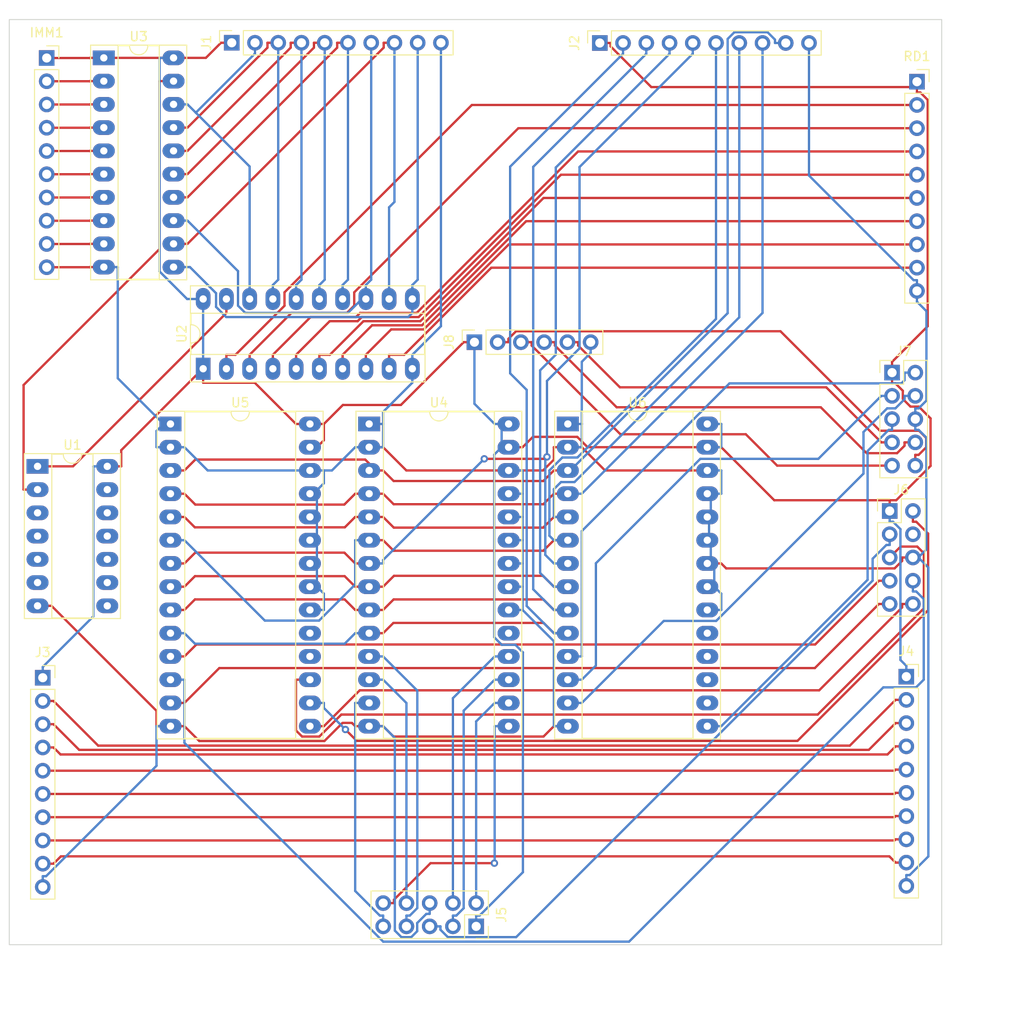
<source format=kicad_pcb>
(kicad_pcb (version 20211014) (generator pcbnew)
  (layers (0 "F.Cu" signal) (31 "B.Cu" signal) (34 "B.Paste" user) (35 "F.Paste" user) (36 "B.SilkS" user "B.Silkscreen") (37 "F.SilkS" user "F.Silkscreen") (38 "B.Mask" user) (39 "F.Mask" user) (44 "Edge.Cuts" user))
  (net 0 "")
  (net 1 "VCC")
  (net 2 "Net-(IMM1-Pad2)")
  (net 3 "Net-(IMM1-Pad3)")
  (net 4 "Net-(IMM1-Pad4)")
  (net 5 "Net-(IMM1-Pad5)")
  (net 6 "Net-(IMM1-Pad6)")
  (net 7 "Net-(IMM1-Pad7)")
  (net 8 "Net-(IMM1-Pad8)")
  (net 9 "Net-(IMM1-Pad9)")
  (net 10 "GND")
  (net 11 "Net-(J1-Pad2)")
  (net 12 "Net-(J1-Pad3)")
  (net 13 "Net-(J1-Pad4)")
  (net 14 "Net-(J1-Pad5)")
  (net 15 "Net-(J1-Pad6)")
  (net 16 "Net-(J1-Pad7)")
  (net 17 "Net-(J1-Pad8)")
  (net 18 "Net-(J1-Pad9)")
  (net 19 "/DecodeIns/A_{0}")
  (net 20 "/DecodeIns/A_{1}")
  (net 21 "/DecodeIns/A_{2}")
  (net 22 "/DecodeIns/A_{3}")
  (net 23 "/DecodeIns/A_{4}")
  (net 24 "/DecodeIns/A_{5}")
  (net 25 "/DecodeIns/A_{6}")
  (net 26 "/DecodeIns/A_{7}")
  (net 27 "Net-(J3-Pad2)")
  (net 28 "Net-(J3-Pad3)")
  (net 29 "Net-(J3-Pad4)")
  (net 30 "Net-(J3-Pad5)")
  (net 31 "Net-(J3-Pad6)")
  (net 32 "Net-(J3-Pad7)")
  (net 33 "Net-(J3-Pad8)")
  (net 34 "Net-(J3-Pad9)")
  (net 35 "Net-(J5-Pad2)")
  (net 36 "Net-(J5-Pad3)")
  (net 37 "Net-(J5-Pad4)")
  (net 38 "CLK")
  (net 39 "Net-(J5-Pad7)")
  (net 40 "Net-(J5-Pad8)")
  (net 41 "Net-(J5-Pad9)")
  (net 42 "Net-(J5-Pad10)")
  (net 43 "Net-(J6-Pad2)")
  (net 45 "Net-(J6-Pad5)")
  (net 46 "Net-(J6-Pad7)")
  (net 47 "Net-(J6-Pad8)")
  (net 48 "Net-(J6-Pad9)")
  (net 49 "Net-(J6-Pad10)")
  (net 50 "Net-(J7-Pad2)")
  (net 51 "Net-(J7-Pad3)")
  (net 52 "Net-(J7-Pad4)")
  (net 53 "Net-(J7-Pad5)")
  (net 54 "Net-(J7-Pad7)")
  (net 55 "Net-(J7-Pad8)")
  (net 56 "Net-(J7-Pad9)")
  (net 57 "Net-(J7-Pad10)")
  (net 58 "Net-(RD1-Pad2)")
  (net 59 "Net-(RD1-Pad3)")
  (net 60 "Net-(RD1-Pad4)")
  (net 61 "Net-(RD1-Pad5)")
  (net 62 "Net-(RD1-Pad6)")
  (net 63 "Net-(RD1-Pad7)")
  (net 64 "Net-(RD1-Pad8)")
  (net 65 "Net-(RD1-Pad9)")
  (net 66 "~{IMM}")
  (net 67 "Net-(U1-Pad2)")
  (footprint "Package_DIP:DIP-28_W15.24mm_Socket_LongPads" (layer "F.Cu") (at 77.055 59.535)
    (fp_text reference "U6")
    (fp_text value "28C256")
  )
  (footprint "Connector_PinSocket_2.54mm:PinSocket_1x10_P2.54mm_Vertical" (layer "F.Cu") (at 19.68 87.26)
    (fp_text reference "J3")
    (fp_text value "Conn_01x10")
  )
  (footprint "Package_DIP:DIP-20_W7.62mm_Socket_LongPads" (layer "F.Cu") (at 37.205 53.5 90)
    (fp_text reference "U2")
    (fp_text value "74LS245")
  )
  (footprint "Connector_PinHeader_2.54mm:PinHeader_2x05_P2.54mm_Vertical" (layer "F.Cu") (at 112.225 69.045)
    (fp_text reference "J6")
    (fp_text value "Conn_02x05_Counter_Clockwise")
  )
  (footprint "Connector_PinSocket_2.54mm:PinSocket_1x10_P2.54mm_Vertical" (layer "F.Cu") (at 114.045 87.14)
    (fp_text reference "J4")
    (fp_text value "Conn_01x10")
  )
  (footprint "Connector_PinSocket_2.54mm:PinSocket_2x05_P2.54mm_Vertical" (layer "F.Cu") (at 67.04 114.4265 -90)
    (fp_text reference "J5")
    (fp_text value "Conn_02x05_Counter_Clockwise")
  )
  (footprint "Connector_PinHeader_2.54mm:PinHeader_2x05_P2.54mm_Vertical" (layer "F.Cu") (at 112.485 53.925)
    (fp_text reference "J7")
    (fp_text value "Conn_02x05_Counter_Clockwise")
  )
  (footprint "Package_DIP:DIP-28_W15.24mm_Socket_LongPads" (layer "F.Cu") (at 55.345 59.535)
    (fp_text reference "U4")
    (fp_text value "28C256")
  )
  (footprint "Connector_PinSocket_2.54mm:PinSocket_1x10_P2.54mm_Vertical" (layer "F.Cu") (at 40.33 17.885 90)
    (fp_text reference "J1")
    (fp_text value "Conn_01x10")
  )
  (footprint "Connector_PinSocket_2.54mm:PinSocket_1x10_P2.54mm_Vertical" (layer "F.Cu") (at 115.205 22.14)
    (fp_text reference "RD1")
    (fp_text value "Conn_01x10")
  )
  (footprint "Package_DIP:DIP-28_W15.24mm_Socket_LongPads" (layer "F.Cu") (at 33.635 59.535)
    (fp_text reference "U5")
    (fp_text value "28C256")
  )
  (footprint "Package_DIP:DIP-14_W7.62mm_Socket_LongPads" (layer "F.Cu") (at 19.11 64.165)
    (fp_text reference "U1")
    (fp_text value "74LS04")
  )
  (footprint "Connector_PinSocket_2.54mm:PinSocket_1x06_P2.54mm_Vertical" (layer "F.Cu") (at 66.85 50.6 90)
    (fp_text reference "J8")
    (fp_text value "Conn_01x06")
  )
  (footprint "Package_DIP:DIP-20_W7.62mm_Socket_LongPads" (layer "F.Cu") (at 26.35 19.535)
    (fp_text reference "U3")
    (fp_text value "74LS245")
  )
  (footprint "Connector_PinSocket_2.54mm:PinSocket_1x10_P2.54mm_Vertical" (layer "F.Cu") (at 80.55 17.91 90)
    (fp_text reference "J2")
    (fp_text value "Conn_01x10")
  )
  (footprint "Connector_PinSocket_2.54mm:PinSocket_1x10_P2.54mm_Vertical" (layer "F.Cu") (at 20.11 19.55)
    (fp_text reference "IMM1")
    (fp_text value "Conn_01x10")
  )
  (gr_rect (start 16.02 15.35) (end 117.91 116.43) (layer "Edge.Cuts") (width 0.1) (fill none))
  (segment (start 115.4055 57.6402) (end 114.4993 57.6402) (width 0.25) (layer "F.Cu") (net 1))
  (segment (start 28.2551 62.4023) (end 28.2551 64.165) (width 0.25) (layer "F.Cu") (net 1))
  (segment (start 112.485 53.925) (end 112.485 52.7499) (width 0.25) (layer "F.Cu") (net 1))
  (segment (start 92.295 62.075) (end 93.8201 62.075) (width 0.25) (layer "F.Cu") (net 1))
  (segment (start 86.1754 22.7275) (end 81.7251 18.2772) (width 0.25) (layer "F.Cu") (net 1))
  (segment (start 70.585 62.075) (end 72.1101 62.075) (width 0.25) (layer "F.Cu") (net 1))
  (segment (start 116.692 58.9267) (end 115.4055 57.6402) (width 0.25) (layer "F.Cu") (net 1))
  (segment (start 48.875 62.075) (end 49.6376 62.075) (width 0.25) (layer "F.Cu") (net 1))
  (segment (start 66.85 50.6) (end 65.6749 50.6) (width 0.25) (layer "F.Cu") (net 1))
  (segment (start 37.205 54.2625) (end 37.205 55.0251) (width 0.25) (layer "F.Cu") (net 1))
  (segment (start 37.205 54.2625) (end 36.3949 54.2625) (width 0.25) (layer "F.Cu") (net 1))
  (segment (start 114.4993 57.6402) (end 113.6601 56.801) (width 0.25) (layer "F.Cu") (net 1))
  (segment (start 112.485 52.7499) (end 116.3801 48.8548) (width 0.25) (layer "F.Cu") (net 1))
  (segment (start 112.9404 67.8699) (end 116.692 64.1183) (width 0.25) (layer "F.Cu") (net 1))
  (segment (start 26.35 19.535) (end 33.97 19.535) (width 0.25) (layer "F.Cu") (net 1))
  (segment (start 79.2168 62.075) (end 92.295 62.075) (width 0.25) (layer "F.Cu") (net 1))
  (segment (start 48.875 59.535) (end 50.4001 59.535) (width 0.25) (layer "F.Cu") (net 1))
  (segment (start 26.73 64.165) (end 28.2551 64.165) (width 0.25) (layer "F.Cu") (net 1))
  (segment (start 115.205 22.7275) (end 86.1754 22.7275) (width 0.25) (layer "F.Cu") (net 1))
  (segment (start 80.55 17.91) (end 81.7251 17.91) (width 0.25) (layer "F.Cu") (net 1))
  (segment (start 116.692 64.1183) (end 116.692 58.9267) (width 0.25) (layer "F.Cu") (net 1))
  (segment (start 20.11 19.55) (end 24.8099 19.55) (width 0.25) (layer "F.Cu") (net 1))
  (segment (start 52.4723 57.4628) (end 50.4001 59.535) (width 0.25) (layer "F.Cu") (net 1))
  (segment (start 115.205 22.14) (end 115.205 22.7275) (width 0.25) (layer "F.Cu") (net 1))
  (segment (start 78.0834 60.9416) (end 79.2168 62.075) (width 0.25) (layer "F.Cu") (net 1))
  (segment (start 33.97 19.535) (end 37.5049 19.535) (width 0.25) (layer "F.Cu") (net 1))
  (segment (start 36.3949 54.2625) (end 28.2551 62.4023) (width 0.25) (layer "F.Cu") (net 1))
  (segment (start 81.7251 18.2772) (end 81.7251 17.91) (width 0.25) (layer "F.Cu") (net 1))
  (segment (start 112.8523 55.1001) (end 112.485 55.1001) (width 0.25) (layer "F.Cu") (net 1))
  (segment (start 112.485 53.925) (end 112.485 55.1001) (width 0.25) (layer "F.Cu") (net 1))
  (segment (start 37.205 53.5) (end 37.205 54.2625) (width 0.25) (layer "F.Cu") (net 1))
  (segment (start 72.1101 62.075) (end 73.2435 60.9416) (width 0.25) (layer "F.Cu") (net 1))
  (segment (start 115.5723 23.3151) (end 115.205 23.3151) (width 0.25) (layer "F.Cu") (net 1))
  (segment (start 116.3801 24.1229) (end 115.5723 23.3151) (width 0.25) (layer "F.Cu") (net 1))
  (segment (start 93.8201 62.075) (end 99.615 67.8699) (width 0.25) (layer "F.Cu") (net 1))
  (segment (start 40.33 17.885) (end 39.1549 17.885) (width 0.25) (layer "F.Cu") (net 1))
  (segment (start 50.4001 61.3125) (end 50.4001 59.535) (width 0.25) (layer "F.Cu") (net 1))
  (segment (start 99.615 67.8699) (end 112.225 67.8699) (width 0.25) (layer "F.Cu") (net 1))
  (segment (start 42.84 55.0251) (end 47.3499 59.535) (width 0.25) (layer "F.Cu") (net 1))
  (segment (start 116.3801 48.8548) (end 116.3801 24.1229) (width 0.25) (layer "F.Cu") (net 1))
  (segment (start 113.6601 56.801) (end 113.6601 55.9079) (width 0.25) (layer "F.Cu") (net 1))
  (segment (start 73.2435 60.9416) (end 78.0834 60.9416) (width 0.25) (layer "F.Cu") (net 1))
  (segment (start 37.205 55.0251) (end 42.84 55.0251) (width 0.25) (layer "F.Cu") (net 1))
  (segment (start 58.8121 57.4628) (end 52.4723 57.4628) (width 0.25) (layer "F.Cu") (net 1))
  (segment (start 65.6749 50.6) (end 58.8121 57.4628) (width 0.25) (layer "F.Cu") (net 1))
  (segment (start 26.35 19.535) (end 24.8249 19.535) (width 0.25) (layer "F.Cu") (net 1))
  (segment (start 115.205 22.7275) (end 115.205 23.3151) (width 0.25) (layer "F.Cu") (net 1))
  (segment (start 24.8099 19.55) (end 24.8249 19.535) (width 0.25) (layer "F.Cu") (net 1))
  (segment (start 112.225 67.8699) (end 112.9404 67.8699) (width 0.25) (layer "F.Cu") (net 1))
  (segment (start 113.6601 55.9079) (end 112.8523 55.1001) (width 0.25) (layer "F.Cu") (net 1))
  (segment (start 112.225 69.045) (end 112.225 67.8699) (width 0.25) (layer "F.Cu") (net 1))
  (segment (start 37.5049 19.535) (end 39.1549 17.885) (width 0.25) (layer "F.Cu") (net 1))
  (segment (start 48.875 59.535) (end 47.3499 59.535) (width 0.25) (layer "F.Cu") (net 1))
  (segment (start 49.6376 62.075) (end 50.4001 61.3125) (width 0.25) (layer "F.Cu") (net 1))
  (segment (start 112.225 69.045) (end 112.225 70.2201) (width 0.25) (layer "B.Cu") (net 1))
  (segment (start 25.2049 80.56) (end 25.2049 64.165) (width 0.25) (layer "B.Cu") (net 1))
  (segment (start 66.85 57.3251) (end 69.0599 59.535) (width 0.25) (layer "B.Cu") (net 1))
  (segment (start 67.04 113.2514) (end 67.4072 113.2514) (width 0.25) (layer "B.Cu") (net 1))
  (segment (start 19.68 87.26) (end 19.68 86.0849) (width 0.25) (layer "B.Cu") (net 1))
  (segment (start 67.4072 113.2514) (end 72.1459 108.5127) (width 0.25) (layer "B.Cu") (net 1))
  (segment (start 113.4001 71.0279) (end 113.4001 85.32) (width 0.25) (layer "B.Cu") (net 1))
  (segment (start 35.4525 45.88) (end 32.4449 42.8724) (width 0.25) (layer "B.Cu") (net 1))
  (segment (start 69.8225 59.535) (end 69.8225 62.075) (width 0.25) (layer "B.Cu") (net 1))
  (segment (start 69.0095 62.888) (end 69.8225 62.075) (width 0.25) (layer "B.Cu") (net 1))
  (segment (start 70.585 62.075) (end 69.8225 62.075) (width 0.25) (layer "B.Cu") (net 1))
  (segment (start 92.295 59.535) (end 93.8201 59.535) (width 0.25) (layer "B.Cu") (net 1))
  (segment (start 72.1459 108.5127) (end 72.1459 84.4849) (width 0.25) (layer "B.Cu") (net 1))
  (segment (start 112.5923 70.2201) (end 113.4001 71.0279) (width 0.25) (layer "B.Cu") (net 1))
  (segment (start 92.295 62.075) (end 93.8201 62.075) (width 0.25) (layer "B.Cu") (net 1))
  (segment (start 69.8225 59.535) (end 69.0599 59.535) (width 0.25) (layer "B.Cu") (net 1))
  (segment (start 33.97 19.535) (end 32.4449 19.535) (width 0.25) (layer "B.Cu") (net 1))
  (segment (start 37.205 45.88) (end 35.4525 45.88) (width 0.25) (layer "B.Cu") (net 1))
  (segment (start 66.85 50.6) (end 66.85 57.3251) (width 0.25) (layer "B.Cu") (net 1))
  (segment (start 70.585 59.535) (end 69.8225 59.535) (width 0.25) (layer "B.Cu") (net 1))
  (segment (start 69.0095 82.8357) (end 69.0095 62.888) (width 0.25) (layer "B.Cu") (net 1))
  (segment (start 37.205 53.5) (end 37.205 45.88) (width 0.25) (layer "B.Cu") (net 1))
  (segment (start 32.4449 42.8724) (end 32.4449 19.535) (width 0.25) (layer "B.Cu") (net 1))
  (segment (start 72.1459 84.4849) (end 71.326 83.665) (width 0.25) (layer "B.Cu") (net 1))
  (segment (start 112.225 70.2201) (end 112.5923 70.2201) (width 0.25) (layer "B.Cu") (net 1))
  (segment (start 114.045 87.14) (end 114.045 85.9649) (width 0.25) (layer "B.Cu") (net 1))
  (segment (start 71.326 83.665) (end 69.8388 83.665) (width 0.25) (layer "B.Cu") (net 1))
  (segment (start 26.73 64.165) (end 25.2049 64.165) (width 0.25) (layer "B.Cu") (net 1))
  (segment (start 19.68 86.0849) (end 25.2049 80.56) (width 0.25) (layer "B.Cu") (net 1))
  (segment (start 67.04 114.4265) (end 67.04 113.2514) (width 0.25) (layer "B.Cu") (net 1))
  (segment (start 69.8388 83.665) (end 69.0095 82.8357) (width 0.25) (layer "B.Cu") (net 1))
  (segment (start 93.8201 59.535) (end 93.8201 62.075) (width 0.25) (layer "B.Cu") (net 1))
  (segment (start 113.4001 85.32) (end 114.045 85.9649) (width 0.25) (layer "B.Cu") (net 1))
  (segment (start 20.11 22.09) (end 24.8099 22.09) (width 0.25) (layer "F.Cu") (net 2))
  (segment (start 24.8099 22.09) (end 24.8249 22.075) (width 0.25) (layer "F.Cu") (net 2))
  (segment (start 26.35 22.075) (end 24.8249 22.075) (width 0.25) (layer "F.Cu") (net 2))
  (segment (start 20.11 24.63) (end 24.8099 24.63) (width 0.25) (layer "F.Cu") (net 3))
  (segment (start 24.8099 24.63) (end 24.8249 24.615) (width 0.25) (layer "F.Cu") (net 3))
  (segment (start 26.35 24.615) (end 24.8249 24.615) (width 0.25) (layer "F.Cu") (net 3))
  (segment (start 26.35 27.155) (end 24.8249 27.155) (width 0.25) (layer "F.Cu") (net 4))
  (segment (start 24.8099 27.17) (end 24.8249 27.155) (width 0.25) (layer "F.Cu") (net 4))
  (segment (start 20.11 27.17) (end 24.8099 27.17) (width 0.25) (layer "F.Cu") (net 4))
  (segment (start 20.11 29.71) (end 24.8099 29.71) (width 0.25) (layer "F.Cu") (net 5))
  (segment (start 24.8099 29.71) (end 24.8249 29.695) (width 0.25) (layer "F.Cu") (net 5))
  (segment (start 26.35 29.695) (end 24.8249 29.695) (width 0.25) (layer "F.Cu") (net 5))
  (segment (start 24.8099 32.25) (end 24.8249 32.235) (width 0.25) (layer "F.Cu") (net 6))
  (segment (start 26.35 32.235) (end 24.8249 32.235) (width 0.25) (layer "F.Cu") (net 6))
  (segment (start 20.11 32.25) (end 24.8099 32.25) (width 0.25) (layer "F.Cu") (net 6))
  (segment (start 26.35 34.775) (end 24.8249 34.775) (width 0.25) (layer "F.Cu") (net 7))
  (segment (start 20.11 34.79) (end 24.8099 34.79) (width 0.25) (layer "F.Cu") (net 7))
  (segment (start 24.8099 34.79) (end 24.8249 34.775) (width 0.25) (layer "F.Cu") (net 7))
  (segment (start 24.8099 37.33) (end 24.8249 37.315) (width 0.25) (layer "F.Cu") (net 8))
  (segment (start 26.35 37.315) (end 24.8249 37.315) (width 0.25) (layer "F.Cu") (net 8))
  (segment (start 20.11 37.33) (end 24.8099 37.33) (width 0.25) (layer "F.Cu") (net 8))
  (segment (start 24.8099 39.87) (end 24.8249 39.855) (width 0.25) (layer "F.Cu") (net 9))
  (segment (start 26.35 39.855) (end 24.8249 39.855) (width 0.25) (layer "F.Cu") (net 9))
  (segment (start 20.11 39.87) (end 24.8099 39.87) (width 0.25) (layer "F.Cu") (net 9))
  (segment (start 56.8701 62.075) (end 59.4101 64.615) (width 0.25) (layer "F.Cu") (net 10))
  (segment (start 26.35 42.395) (end 24.8249 42.395) (width 0.25) (layer "F.Cu") (net 10))
  (segment (start 94.3626 75.3175) (end 112.7626 75.3175) (width 0.25) (layer "F.Cu") (net 10))
  (segment (start 53.4585 92.1936) (end 52.4401 92.1936) (width 0.25) (layer "F.Cu") (net 10))
  (segment (start 81.1201 64.615) (end 78.5801 62.075) (width 0.25) (layer "F.Cu") (net 10))
  (segment (start 77.055 92.555) (end 75.5299 92.555) (width 0.25) (layer "F.Cu") (net 10))
  (segment (start 55.345 62.075) (end 56.8701 62.075) (width 0.25) (layer "F.Cu") (net 10))
  (segment (start 59.4101 64.615) (end 70.585 64.615) (width 0.25) (layer "F.Cu") (net 10))
  (segment (start 93.8201 74.775) (end 94.3626 75.3175) (width 0.25) (layer "F.Cu") (net 10))
  (segment (start 70.585 64.615) (end 72.1101 64.615) (width 0.25) (layer "F.Cu") (net 10))
  (segment (start 20.11 42.41) (end 24.8099 42.41) (width 0.25) (layer "F.Cu") (net 10))
  (segment (start 92.295 64.615) (end 81.1201 64.615) (width 0.25) (layer "F.Cu") (net 10))
  (segment (start 24.8099 42.41) (end 24.8249 42.395) (width 0.25) (layer "F.Cu") (net 10))
  (segment (start 33.635 92.555) (end 35.1601 92.555) (width 0.25) (layer "F.Cu") (net 10))
  (segment (start 92.295 74.775) (end 93.8201 74.775) (width 0.25) (layer "F.Cu") (net 10))
  (segment (start 19.11 79.405) (end 20.6351 79.405) (width 0.25) (layer "F.Cu") (net 10))
  (segment (start 75.5299 63.4351) (end 75.5299 62.075) (width 0.25) (layer "F.Cu") (net 10))
  (segment (start 56.1076 92.555) (end 56.8701 92.555) (width 0.25) (layer "F.Cu") (net 10))
  (segment (start 33.635 92.555) (end 32.1099 92.555) (width 0.25) (layer "F.Cu") (net 10))
  (segment (start 56.1076 92.555) (end 55.345 92.555) (width 0.25) (layer "F.Cu") (net 10))
  (segment (start 55.345 92.555) (end 53.8199 92.555) (width 0.25) (layer "F.Cu") (net 10))
  (segment (start 58.0034 93.6883) (end 74.3966 93.6883) (width 0.25) (layer "F.Cu") (net 10))
  (segment (start 114.765 74.125) (end 113.5899 74.125) (width 0.25) (layer "F.Cu") (net 10))
  (segment (start 32.1099 90.8798) (end 20.6351 79.405) (width 0.25) (layer "F.Cu") (net 10))
  (segment (start 112.7626 75.3175) (end 113.5899 74.4902) (width 0.25) (layer "F.Cu") (net 10))
  (segment (start 74.3966 93.6883) (end 75.5299 92.555) (width 0.25) (layer "F.Cu") (net 10))
  (segment (start 56.8701 92.555) (end 58.0034 93.6883) (width 0.25) (layer "F.Cu") (net 10))
  (segment (start 77.055 62.075) (end 78.5801 62.075) (width 0.25) (layer "F.Cu") (net 10))
  (segment (start 50.4563 94.1774) (end 36.7825 94.1774) (width 0.25) (layer "F.Cu") (net 10))
  (segment (start 52.4401 92.1936) (end 50.4563 94.1774) (width 0.25) (layer "F.Cu") (net 10))
  (segment (start 72.1101 64.615) (end 74.35 64.615) (width 0.25) (layer "F.Cu") (net 10))
  (segment (start 113.5899 74.4902) (end 113.5899 74.125) (width 0.25) (layer "F.Cu") (net 10))
  (segment (start 32.1099 92.555) (end 32.1099 90.8798) (width 0.25) (layer "F.Cu") (net 10))
  (segment (start 74.35 64.615) (end 75.5299 63.4351) (width 0.25) (layer "F.Cu") (net 10))
  (segment (start 53.8199 92.555) (end 53.4585 92.1936) (width 0.25) (layer "F.Cu") (net 10))
  (segment (start 77.055 62.075) (end 75.5299 62.075) (width 0.25) (layer "F.Cu") (net 10))
  (segment (start 36.7825 94.1774) (end 35.1601 92.555) (width 0.25) (layer "F.Cu") (net 10))
  (segment (start 116.2417 47.2118) (end 116.2417 56.9784) (width 0.25) (layer "B.Cu") (net 10))
  (segment (start 92.295 69.695) (end 92.4857 69.695) (width 0.25) (layer "B.Cu") (net 10))
  (segment (start 78.5801 62.075) (end 78.5801 59.535) (width 0.25) (layer "B.Cu") (net 10))
  (segment (start 63.19 48.8499) (end 60.065 51.9749) (width 0.25) (layer "B.Cu") (net 10))
  (segment (start 63.19 17.885) (end 63.19 48.8499) (width 0.25) (layer "B.Cu") (net 10))
  (segment (start 48.875 74.775) (end 49.6376 74.775) (width 0.25) (layer "B.Cu") (net 10))
  (segment (start 33.635 62.075) (end 32.1099 62.075) (width 0.25) (layer "B.Cu") (net 10))
  (segment (start 92.4857 69.695) (end 92.6763 69.695) (width 0.25) (layer "B.Cu") (net 10))
  (segment (start 70.585 64.615) (end 72.1101 64.615) (width 0.25) (layer "B.Cu") (net 10))
  (segment (start 60.5952 114.0611) (end 61.5947 113.0616) (width 0.25) (layer "B.Cu") (net 10))
  (segment (start 19.68 110.12) (end 19.68 108.9449) (width 0.25) (layer "B.Cu") (net 10))
  (segment (start 79.55 51.7751) (end 78.5801 52.745) (width 0.25) (layer "B.Cu") (net 10))
  (segment (start 32.1099 92.555) (end 32.1099 96.8802) (width 0.25) (layer "B.Cu") (net 10))
  (segment (start 72.1101 74.775) (end 72.1101 77.315) (width 0.25) (layer "B.Cu") (net 10))
  (segment (start 77.055 92.555) (end 75.5299 92.555) (width 0.25) (layer "B.Cu") (net 10))
  (segment (start 92.6763 74.775) (end 92.6763 72.235) (width 0.25) (layer "B.Cu") (net 10))
  (segment (start 48.875 64.615) (end 50.4001 64.615) (width 0.25) (layer "B.Cu") (net 10))
  (segment (start 78.5801 52.745) (end 78.5801 59.535) (width 0.25) (layer "B.Cu") (net 10))
  (segment (start 55.345 92.555) (end 56.8701 92.555) (width 0.25) (layer "B.Cu") (net 10))
  (segment (start 33.635 62.075) (end 35.1601 62.075) (width 0.25) (layer "B.Cu") (net 10))
  (segment (start 77.055 59.535) (end 78.5801 59.535) (width 0.25) (layer "B.Cu") (net 10))
  (segment (start 32.8725 59.535) (end 32.1099 60.2976) (width 0.25) (layer "B.Cu") (net 10))
  (segment (start 49.6376 74.775) (end 49.6376 77.315) (width 0.25) (layer "B.Cu") (net 10))
  (segment (start 77.055 62.075) (end 78.5801 62.075) (width 0.25) (layer "B.Cu") (net 10))
  (segment (start 70.585 69.695) (end 72.1101 69.695) (width 0.25) (layer "B.Cu") (net 10))
  (segment (start 37.7001 64.615) (end 35.1601 62.075) (width 0.25) (layer "B.Cu") (net 10))
  (segment (start 61.5947 113.0616) (end 61.96 113.0616) (width 0.25) (layer "B.Cu") (net 10))
  (segment (start 48.875 64.615) (end 37.7001 64.615) (width 0.25) (layer "B.Cu") (net 10))
  (segment (start 55.345 62.075) (end 56.8701 62.075) (width 0.25) (layer "B.Cu") (net 10))
  (segment (start 70.585 77.315) (end 72.1101 77.315) (width 0.25) (layer "B.Cu") (net 10))
  (segment (start 72.1101 69.695) (end 72.1101 72.235) (width 0.25) (layer "B.Cu") (net 10))
  (segment (start 75.5299 83.2748) (end 72.1101 79.855) (width 0.25) (layer "B.Cu") (net 10))
  (segment (start 92.6763 69.695) (end 92.6763 67.155) (width 0.25) (layer "B.Cu") (net 10))
  (segment (start 114.045 108.8249) (end 114.4102 108.8249) (width 0.25) (layer "B.Cu") (net 10))
  (segment (start 70.585 72.235) (end 72.1101 72.235) (width 0.25) (layer "B.Cu") (net 10))
  (segment (start 115.025 59.005) (end 115.025 57.8299) (width 0.25) (layer "B.Cu") (net 10))
  (segment (start 92.295 67.155) (end 92.6763 67.155) (width 0.25) (layer "B.Cu") (net 10))
  (segment (start 55.345 62.075) (end 53.8199 62.075) (width 0.25) (layer "B.Cu") (net 10))
  (segment (start 92.295 77.315) (end 93.0576 77.315) (width 0.25) (layer "B.Cu") (net 10))
  (segment (start 72.1101 67.155) (end 72.1101 69.695) (width 0.25) (layer "B.Cu") (net 10))
  (segment (start 92.295 74.775) (end 92.6763 74.775) (width 0.25) (layer "B.Cu") (net 10))
  (segment (start 103.41 32.3952) (end 114.8397 43.8249) (width 0.25) (layer "B.Cu") (net 10))
  (segment (start 79.55 50.6) (end 79.55 51.7751) (width 0.25) (layer "B.Cu") (net 10))
  (segment (start 27.8751 54.5376) (end 27.8751 42.395) (width 0.25) (layer "B.Cu") (net 10))
  (segment (start 26.35 42.395) (end 27.8751 42.395) (width 0.25) (layer "B.Cu") (net 10))
  (segment (start 93.8201 78.0775) (end 93.8201 79.855) (width 0.25) (layer "B.Cu") (net 10))
  (segment (start 49.6376 77.315) (end 50.4001 78.0775) (width 0.25) (layer "B.Cu") (net 10))
  (segment (start 70.585 74.775) (end 72.1101 74.775) (width 0.25) (layer "B.Cu") (net 10))
  (segment (start 49.6376 67.155) (end 49.6376 69.695) (width 0.25) (layer "B.Cu") (net 10))
  (segment (start 48.875 77.315) (end 49.6376 77.315) (width 0.25) (layer "B.Cu") (net 10))
  (segment (start 92.6763 67.155) (end 93.8201 67.155) (width 0.25) (layer "B.Cu") (net 10))
  (segment (start 50.4001 66.0112) (end 50.4001 64.615) (width 0.25) (layer "B.Cu") (net 10))
  (segment (start 50.4001 64.615) (end 51.2799 64.615) (width 0.25) (layer "B.Cu") (net 10))
  (segment (start 51.2799 64.615) (end 53.8199 62.075) (width 0.25) (layer "B.Cu") (net 10))
  (segment (start 55.345 59.535) (end 56.8701 59.535) (width 0.25) (layer "B.Cu") (net 10))
  (segment (start 115.025 59.005) (end 115.025 60.1801) (width 0.25) (layer "B.Cu") (net 10))
  (segment (start 48.875 69.695) (end 49.6376 69.695) (width 0.25) (layer "B.Cu") (net 10))
  (segment (start 32.1099 60.2976) (end 32.1099 62.075) (width 0.25) (layer "B.Cu") (net 10))
  (segment (start 116.2351 61.025) (end 115.3902 60.1801) (width 0.25) (layer "B.Cu") (net 10))
  (segment (start 116.2417 56.9784) (end 115.3902 57.8299) (width 0.25) (layer "B.Cu") (net 10))
  (segment (start 70.585 67.155) (end 72.1101 67.155) (width 0.25) (layer "B.Cu") (net 10))
  (segment (start 92.295 64.615) (end 93.8201 64.615) (width 0.25) (layer "B.Cu") (net 10))
  (segment (start 116.4523 106.7828) (end 116.4523 75.2247) (width 0.25) (layer "B.Cu") (net 10))
  (segment (start 114.045 110) (end 114.045 108.8249) (width 0.25) (layer "B.Cu") (net 10))
  (segment (start 72.1101 77.315) (end 72.1101 79.855) (width 0.25) (layer "B.Cu") (net 10))
  (segment (start 92.6763 74.775) (end 93.0576 74.775) (width 0.25) (layer "B.Cu") (net 10))
  (segment (start 92.4857 72.235) (end 92.6763 72.235) (width 0.25) (layer "B.Cu") (net 10))
  (segment (start 115.205 44.4124) (end 115.205 43.8249) (width 0.25) (layer "B.Cu") (net 10))
  (segment (start 115.3902 57.8299) (end 115.025 57.8299) (width 0.25) (layer "B.Cu") (net 10))
  (segment (start 56.8701 62.075) (end 56.8701 59.535) (width 0.25) (layer "B.Cu") (net 10))
  (segment (start 93.8201 64.615) (end 93.8201 67.155) (width 0.25) (layer "B.Cu") (net 10))
  (segment (start 58.15 114.8851) (end 58.8716 115.6067) (width 0.25) (layer "B.Cu") (net 10))
  (segment (start 114.4102 108.8249) (end 116.4523 106.7828) (width 0.25) (layer "B.Cu") (net 10))
  (segment (start 72.1101 64.615) (end 72.1101 67.155) (width 0.25) (layer "B.Cu") (net 10))
  (segment (start 32.1099 96.8802) (end 20.0452 108.9449) (width 0.25) (layer "B.Cu") (net 10))
  (segment (start 60.065 53.5) (end 60.065 51.9749) (width 0.25) (layer "B.Cu") (net 10))
  (segment (start 20.0452 108.9449) (end 19.68 108.9449) (width 0.25) (layer "B.Cu") (net 10))
  (segment (start 58.15 93.8349) (end 58.15 114.8851) (width 0.25) (layer "B.Cu") (net 10))
  (segment (start 115.205 44.4124) (end 115.205 45) (width 0.25) (layer "B.Cu") (net 10))
  (segment (start 115.3902 60.1801) (end 115.025 60.1801) (width 0.25) (layer "B.Cu") (net 10))
  (segment (start 116.4523 75.2247) (end 115.3526 74.125) (width 0.25) (layer "B.Cu") (net 10))
  (segment (start 49.6376 72.235) (end 49.6376 74.775) (width 0.25) (layer "B.Cu") (net 10))
  (segment (start 115.205 45) (end 115.205 46.1751) (width 0.25) (layer "B.Cu") (net 10))
  (segment (start 93.0576 77.315) (end 93.8201 78.0775) (width 0.25) (layer "B.Cu") (net 10))
  (segment (start 49.6376 69.695) (end 49.6376 72.235) (width 0.25) (layer "B.Cu") (net 10))
  (segment (start 48.875 79.855) (end 50.4001 79.855) (width 0.25) (layer "B.Cu") (net 10))
  (segment (start 93.0576 74.775) (end 93.0576 77.315) (width 0.25) (layer "B.Cu") (net 10))
  (segment (start 59.9433 115.6067) (end 60.5952 114.9548) (width 0.25) (layer "B.Cu") (net 10))
  (segment (start 32.8725 59.535) (end 27.8751 54.5376) (width 0.25) (layer "B.Cu") (net 10))
  (segment (start 61.96 111.8865) (end 61.96 113.0616) (width 0.25) (layer "B.Cu") (net 10))
  (segment (start 115.205 46.1751) (end 116.2417 47.2118) (width 0.25) (layer "B.Cu") (net 10))
  (segment (start 115.3526 74.125) (end 114.765 74.125) (width 0.25) (layer "B.Cu") (net 10))
  (segment (start 58.8716 115.6067) (end 59.9433 115.6067) (width 0.25) (layer "B.Cu") (net 10))
  (segment (start 70.585 79.855) (end 72.1101 79.855) (width 0.25) (layer "B.Cu") (net 10))
  (segment (start 48.875 72.235) (end 49.6376 72.235) (width 0.25) (layer "B.Cu") (net 10))
  (segment (start 92.295 72.235) (end 92.4857 72.235) (width 0.25) (layer "B.Cu") (net 10))
  (segment (start 49.2563 67.155) (end 50.4001 66.0112) (width 0.25) (layer "B.Cu") (net 10))
  (segment (start 116.2351 73.2425) (end 116.2351 61.025) (width 0.25) (layer "B.Cu") (net 10))
  (segment (start 60.5952 114.9548) (end 60.5952 114.0611) (width 0.25) (layer "B.Cu") (net 10))
  (segment (start 56.8701 59.535) (end 56.8701 58.22) (width 0.25) (layer "B.Cu") (net 10))
  (segment (start 72.1101 72.235) (end 72.1101 74.775) (width 0.25) (layer "B.Cu") (net 10))
  (segment (start 115.3526 74.125) (end 116.2351 73.2425) (width 0.25) (layer "B.Cu") (net 10))
  (segment (start 114.8397 43.8249) (end 115.205 43.8249) (width 0.25) (layer "B.Cu") (net 10))
  (segment (start 60.065 53.5) (end 60.065 55.0251) (width 0.25) (layer "B.Cu") (net 10))
  (segment (start 75.5299 92.555) (end 75.5299 83.2748) (width 0.25) (layer "B.Cu") (net 10))
  (segment (start 92.295 79.855) (end 93.8201 79.855) (width 0.25) (layer "B.Cu") (net 10))
  (segment (start 33.635 92.555) (end 32.1099 92.555) (width 0.25) (layer "B.Cu") (net 10))
  (segment (start 50.4001 78.0775) (end 50.4001 79.855) (width 0.25) (layer "B.Cu") (net 10))
  (segment (start 56.8701 92.555) (end 58.15 93.8349) (width 0.25) (layer "B.Cu") (net 10))
  (segment (start 103.41 17.91) (end 103.41 32.3952) (width 0.25) (layer "B.Cu") (net 10))
  (segment (start 48.875 67.155) (end 49.2563 67.155) (width 0.25) (layer "B.Cu") (net 10))
  (segment (start 92.4857 69.695) (end 92.4857 72.235) (width 0.25) (layer "B.Cu") (net 10))
  (segment (start 49.2563 67.155) (end 49.6376 67.155) (width 0.25) (layer "B.Cu") (net 10))
  (segment (start 56.8701 58.22) (end 60.065 55.0251) (width 0.25) (layer "B.Cu") (net 10))
  (segment (start 33.635 59.535) (end 32.8725 59.535) (width 0.25) (layer "B.Cu") (net 10))
  (segment (start 42.285 45.88) (end 42.285 31.4049) (width 0.25) (layer "B.Cu") (net 11))
  (segment (start 42.285 31.4049) (end 36.4051 25.525) (width 0.25) (layer "B.Cu") (net 11))
  (segment (start 42.87 19.0601) (end 36.4051 25.525) (width 0.25) (layer "B.Cu") (net 11))
  (segment (start 42.87 17.885) (end 42.87 19.0601) (width 0.25) (layer "B.Cu") (net 11))
  (segment (start 33.97 24.615) (end 35.4951 24.615) (width 0.25) (layer "B.Cu") (net 11))
  (segment (start 36.4051 25.525) (end 35.4951 24.615) (width 0.25) (layer "B.Cu") (net 11))
  (segment (start 33.97 27.155) (end 35.4951 27.155) (width 0.25) (layer "F.Cu") (net 12))
  (segment (start 44.2349 18.4152) (end 35.4951 27.155) (width 0.25) (layer "F.Cu") (net 12))
  (segment (start 45.41 17.885) (end 44.2349 17.885) (width 0.25) (layer "F.Cu") (net 12))
  (segment (start 44.2349 17.885) (end 44.2349 18.4152) (width 0.25) (layer "F.Cu") (net 12))
  (segment (start 44.825 45.88) (end 44.825 44.3549) (width 0.25) (layer "B.Cu") (net 12))
  (segment (start 45.41 17.885) (end 45.41 43.7699) (width 0.25) (layer "B.Cu") (net 12))
  (segment (start 45.41 43.7699) (end 44.825 44.3549) (width 0.25) (layer "B.Cu") (net 12))
  (segment (start 33.97 29.695) (end 35.4951 29.695) (width 0.25) (layer "F.Cu") (net 13))
  (segment (start 47.95 17.885) (end 46.7749 17.885) (width 0.25) (layer "F.Cu") (net 13))
  (segment (start 46.7749 17.885) (end 46.7749 18.4152) (width 0.25) (layer "F.Cu") (net 13))
  (segment (start 46.7749 18.4152) (end 35.4951 29.695) (width 0.25) (layer "F.Cu") (net 13))
  (segment (start 47.95 43.7699) (end 47.365 44.3549) (width 0.25) (layer "B.Cu") (net 13))
  (segment (start 47.365 45.88) (end 47.365 44.3549) (width 0.25) (layer "B.Cu") (net 13))
  (segment (start 47.95 17.885) (end 47.95 43.7699) (width 0.25) (layer "B.Cu") (net 13))
  (segment (start 49.3149 17.885) (end 49.3149 18.4152) (width 0.25) (layer "F.Cu") (net 14))
  (segment (start 50.49 17.885) (end 49.3149 17.885) (width 0.25) (layer "F.Cu") (net 14))
  (segment (start 49.3149 18.4152) (end 35.4951 32.235) (width 0.25) (layer "F.Cu") (net 14))
  (segment (start 33.97 32.235) (end 35.4951 32.235) (width 0.25) (layer "F.Cu") (net 14))
  (segment (start 50.49 43.7699) (end 49.905 44.3549) (width 0.25) (layer "B.Cu") (net 14))
  (segment (start 50.49 17.885) (end 50.49 43.7699) (width 0.25) (layer "B.Cu") (net 14))
  (segment (start 49.905 45.88) (end 49.905 44.3549) (width 0.25) (layer "B.Cu") (net 14))
  (segment (start 33.97 34.775) (end 35.4951 34.775) (width 0.25) (layer "F.Cu") (net 15))
  (segment (start 53.03 17.885) (end 51.8549 17.885) (width 0.25) (layer "F.Cu") (net 15))
  (segment (start 51.8549 17.885) (end 51.8549 18.4152) (width 0.25) (layer "F.Cu") (net 15))
  (segment (start 51.8549 18.4152) (end 35.4951 34.775) (width 0.25) (layer "F.Cu") (net 15))
  (segment (start 53.03 43.7699) (end 52.445 44.3549) (width 0.25) (layer "B.Cu") (net 15))
  (segment (start 53.03 17.885) (end 53.03 43.7699) (width 0.25) (layer "B.Cu") (net 15))
  (segment (start 52.445 45.88) (end 52.445 44.3549) (width 0.25) (layer "B.Cu") (net 15))
  (segment (start 41.8113 47.4051) (end 41.015 46.6088) (width 0.25) (layer "B.Cu") (net 16))
  (segment (start 54.985 45.4464) (end 54.985 44.3549) (width 0.25) (layer "B.Cu") (net 16))
  (segment (start 54.985 45.88) (end 54.985 45.4464) (width 0.25) (layer "B.Cu") (net 16))
  (segment (start 33.97 37.315) (end 35.4951 37.315) (width 0.25) (layer "B.Cu") (net 16))
  (segment (start 55.57 17.885) (end 55.57 43.7699) (width 0.25) (layer "B.Cu") (net 16))
  (segment (start 55.57 43.7699) (end 54.985 44.3549) (width 0.25) (layer "B.Cu") (net 16))
  (segment (start 54.985 45.4464) (end 53.0263 47.4051) (width 0.25) (layer "B.Cu") (net 16))
  (segment (start 53.0263 47.4051) (end 41.8113 47.4051) (width 0.25) (layer "B.Cu") (net 16))
  (segment (start 41.015 42.8349) (end 35.4951 37.315) (width 0.25) (layer "B.Cu") (net 16))
  (segment (start 41.015 46.6088) (end 41.015 42.8349) (width 0.25) (layer "B.Cu") (net 16))
  (segment (start 56.9349 18.4152) (end 35.4951 39.855) (width 0.25) (layer "F.Cu") (net 17))
  (segment (start 56.9349 17.885) (end 56.9349 18.4152) (width 0.25) (layer "F.Cu") (net 17))
  (segment (start 58.11 17.885) (end 56.9349 17.885) (width 0.25) (layer "F.Cu") (net 17))
  (segment (start 33.97 39.855) (end 35.4951 39.855) (width 0.25) (layer "F.Cu") (net 17))
  (segment (start 57.525 35.8606) (end 57.525 44.3549) (width 0.25) (layer "B.Cu") (net 17))
  (segment (start 58.11 17.885) (end 58.11 35.2756) (width 0.25) (layer "B.Cu") (net 17))
  (segment (start 58.11 35.2756) (end 57.525 35.8606) (width 0.25) (layer "B.Cu") (net 17))
  (segment (start 57.525 45.88) (end 57.525 44.3549) (width 0.25) (layer "B.Cu") (net 17))
  (segment (start 39.7266 47.8552) (end 59.6149 47.8552) (width 0.25) (layer "B.Cu") (net 18))
  (segment (start 60.065 45.88) (end 60.065 47.4051) (width 0.25) (layer "B.Cu") (net 18))
  (segment (start 38.6198 45.2523) (end 38.6198 46.7484) (width 0.25) (layer "B.Cu") (net 18))
  (segment (start 59.6149 47.8552) (end 60.065 47.4051) (width 0.25) (layer "B.Cu") (net 18))
  (segment (start 60.065 45.88) (end 60.065 44.3549) (width 0.25) (layer "B.Cu") (net 18))
  (segment (start 60.65 17.885) (end 60.65 43.7699) (width 0.25) (layer "B.Cu") (net 18))
  (segment (start 38.6198 46.7484) (end 39.7266 47.8552) (width 0.25) (layer "B.Cu") (net 18))
  (segment (start 33.97 42.395) (end 35.7625 42.395) (width 0.25) (layer "B.Cu") (net 18))
  (segment (start 60.65 43.7699) (end 60.065 44.3549) (width 0.25) (layer "B.Cu") (net 18))
  (segment (start 35.7625 42.395) (end 38.6198 45.2523) (width 0.25) (layer "B.Cu") (net 18))
  (segment (start 74.4048 81.2699) (end 57.9952 81.2699) (width 0.25) (layer "F.Cu") (net 19))
  (segment (start 75.5299 82.395) (end 74.4048 81.2699) (width 0.25) (layer "F.Cu") (net 19))
  (segment (start 77.055 82.395) (end 75.5299 82.395) (width 0.25) (layer "F.Cu") (net 19))
  (segment (start 57.9952 81.2699) (end 56.8701 82.395) (width 0.25) (layer "F.Cu") (net 19))
  (segment (start 55.345 82.395) (end 56.8701 82.395) (width 0.25) (layer "F.Cu") (net 19))
  (segment (start 77.055 82.395) (end 75.5299 82.395) (width 0.25) (layer "B.Cu") (net 19))
  (segment (start 70.7503 31.4248) (end 70.7503 54.0022) (width 0.25) (layer "B.Cu") (net 19))
  (segment (start 53.8199 82.395) (end 52.6705 83.5444) (width 0.25) (layer "B.Cu") (net 19))
  (segment (start 72.5603 55.8122) (end 72.5603 79.4254) (width 0.25) (layer "B.Cu") (net 19))
  (segment (start 72.5603 79.4254) (end 75.5299 82.395) (width 0.25) (layer "B.Cu") (net 19))
  (segment (start 83.09 19.0851) (end 70.7503 31.4248) (width 0.25) (layer "B.Cu") (net 19))
  (segment (start 55.345 82.395) (end 53.8199 82.395) (width 0.25) (layer "B.Cu") (net 19))
  (segment (start 52.6705 83.5444) (end 36.3095 83.5444) (width 0.25) (layer "B.Cu") (net 19))
  (segment (start 70.7503 54.0022) (end 72.5603 55.8122) (width 0.25) (layer "B.Cu") (net 19))
  (segment (start 83.09 17.91) (end 83.09 19.0851) (width 0.25) (layer "B.Cu") (net 19))
  (segment (start 33.635 82.395) (end 35.1601 82.395) (width 0.25) (layer "B.Cu") (net 19))
  (segment (start 36.3095 83.5444) (end 35.1601 82.395) (width 0.25) (layer "B.Cu") (net 19))
  (segment (start 33.635 79.855) (end 35.1601 79.855) (width 0.25) (layer "F.Cu") (net 20))
  (segment (start 36.3095 78.7056) (end 35.1601 79.855) (width 0.25) (layer "F.Cu") (net 20))
  (segment (start 55.345 79.855) (end 56.8701 79.855) (width 0.25) (layer "F.Cu") (net 20))
  (segment (start 75.5299 79.855) (end 74.3805 78.7056) (width 0.25) (layer "F.Cu") (net 20))
  (segment (start 52.6705 78.7056) (end 36.3095 78.7056) (width 0.25) (layer "F.Cu") (net 20))
  (segment (start 53.8199 79.855) (end 52.6705 78.7056) (width 0.25) (layer "F.Cu") (net 20))
  (segment (start 58.0195 78.7056) (end 56.8701 79.855) (width 0.25) (layer "F.Cu") (net 20))
  (segment (start 74.3805 78.7056) (end 58.0195 78.7056) (width 0.25) (layer "F.Cu") (net 20))
  (segment (start 55.345 79.855) (end 53.8199 79.855) (width 0.25) (layer "F.Cu") (net 20))
  (segment (start 77.055 79.855) (end 75.5299 79.855) (width 0.25) (layer "F.Cu") (net 20))
  (segment (start 85.63 17.91) (end 85.63 19.0851) (width 0.25) (layer "B.Cu") (net 20))
  (segment (start 85.63 19.0851) (end 73.2745 31.4406) (width 0.25) (layer "B.Cu") (net 20))
  (segment (start 73.2745 31.4406) (end 73.2745 77.5996) (width 0.25) (layer "B.Cu") (net 20))
  (segment (start 73.2745 77.5996) (end 75.5299 79.855) (width 0.25) (layer "B.Cu") (net 20))
  (segment (start 77.055 79.855) (end 75.5299 79.855) (width 0.25) (layer "B.Cu") (net 20))
  (segment (start 33.635 77.315) (end 35.1601 77.315) (width 0.25) (layer "F.Cu") (net 21))
  (segment (start 52.6705 76.1656) (end 36.3095 76.1656) (width 0.25) (layer "F.Cu") (net 21))
  (segment (start 36.3095 76.1656) (end 35.1601 77.315) (width 0.25) (layer "F.Cu") (net 21))
  (segment (start 58.0606 76.1245) (end 56.8701 77.315) (width 0.25) (layer "F.Cu") (net 21))
  (segment (start 77.055 77.315) (end 75.5299 77.315) (width 0.25) (layer "F.Cu") (net 21))
  (segment (start 55.345 77.315) (end 56.8701 77.315) (width 0.25) (layer "F.Cu") (net 21))
  (segment (start 53.8199 77.315) (end 52.6705 76.1656) (width 0.25) (layer "F.Cu") (net 21))
  (segment (start 74.3394 76.1245) (end 58.0606 76.1245) (width 0.25) (layer "F.Cu") (net 21))
  (segment (start 55.345 77.315) (end 53.8199 77.315) (width 0.25) (layer "F.Cu") (net 21))
  (segment (start 75.5299 77.315) (end 74.3394 76.1245) (width 0.25) (layer "F.Cu") (net 21))
  (segment (start 75.74 31.5151) (end 75.74 51.9633) (width 0.25) (layer "B.Cu") (net 21))
  (segment (start 77.055 77.315) (end 75.5299 77.315) (width 0.25) (layer "B.Cu") (net 21))
  (segment (start 74.0306 53.6727) (end 74.0306 75.8157) (width 0.25) (layer "B.Cu") (net 21))
  (segment (start 75.74 51.9633) (end 74.0306 53.6727) (width 0.25) (layer "B.Cu") (net 21))
  (segment (start 74.0306 75.8157) (end 75.5299 77.315) (width 0.25) (layer "B.Cu") (net 21))
  (segment (start 88.17 17.91) (end 88.17 19.0851) (width 0.25) (layer "B.Cu") (net 21))
  (segment (start 88.17 19.0851) (end 75.74 31.5151) (width 0.25) (layer "B.Cu") (net 21))
  (segment (start 55.345 74.775) (end 53.8199 74.775) (width 0.25) (layer "F.Cu") (net 22))
  (segment (start 67.9252 63.345) (end 74.5629 63.345) (width 0.25) (layer "F.Cu") (net 22))
  (segment (start 53.8199 74.775) (end 52.6392 73.5943) (width 0.25) (layer "F.Cu") (net 22))
  (segment (start 74.5629 63.345) (end 74.778 63.1299) (width 0.25) (layer "F.Cu") (net 22))
  (segment (start 36.3408 73.5943) (end 35.1601 74.775) (width 0.25) (layer "F.Cu") (net 22))
  (segment (start 52.6392 73.5943) (end 36.3408 73.5943) (width 0.25) (layer "F.Cu") (net 22))
  (segment (start 33.635 74.775) (end 35.1601 74.775) (width 0.25) (layer "F.Cu") (net 22))
  (via (at 67.9252 63.345) (size 0.8) (drill 0.4) (layers "F.Cu" "B.Cu") (net 22))
  (via (at 74.778 63.1299) (size 0.8) (drill 0.4) (layers "F.Cu" "B.Cu") (net 22))
  (segment (start 56.8701 74.4001) (end 56.8701 74.775) (width 0.25) (layer "B.Cu") (net 22))
  (segment (start 90.71 17.91) (end 90.71 19.0851) (width 0.25) (layer "B.Cu") (net 22))
  (segment (start 55.345 74.775) (end 56.8701 74.775) (width 0.25) (layer "B.Cu") (net 22))
  (segment (start 74.594 63.3139) (end 74.778 63.1299) (width 0.25) (layer "B.Cu") (net 22))
  (segment (start 78.3344 31.4607) (end 90.71 19.0851) (width 0.25) (layer "B.Cu") (net 22))
  (segment (start 74.594 73.8391) (end 74.594 63.3139) (width 0.25) (layer "B.Cu") (net 22))
  (segment (start 78.3344 51.2725) (end 78.3344 31.4607) (width 0.25) (layer "B.Cu") (net 22))
  (segment (start 74.778 54.8289) (end 78.3344 51.2725) (width 0.25) (layer "B.Cu") (net 22))
  (segment (start 77.055 74.775) (end 75.5299 74.775) (width 0.25) (layer "B.Cu") (net 22))
  (segment (start 74.778 63.1299) (end 74.778 54.8289) (width 0.25) (layer "B.Cu") (net 22))
  (segment (start 75.5299 74.775) (end 74.594 73.8391) (width 0.25) (layer "B.Cu") (net 22))
  (segment (start 67.9252 63.345) (end 56.8701 74.4001) (width 0.25) (layer "B.Cu") (net 22))
  (segment (start 77.055 72.235) (end 75.5299 72.235) (width 0.25) (layer "F.Cu") (net 23))
  (segment (start 58.0195 73.3844) (end 56.8701 72.235) (width 0.25) (layer "F.Cu") (net 23))
  (segment (start 75.5299 72.235) (end 74.3805 73.3844) (width 0.25) (layer "F.Cu") (net 23))
  (segment (start 74.3805 73.3844) (end 58.0195 73.3844) (width 0.25) (layer "F.Cu") (net 23))
  (segment (start 55.345 72.235) (end 56.8701 72.235) (width 0.25) (layer "F.Cu") (net 23))
  (segment (start 77.055 72.235) (end 75.5299 72.235) (width 0.25) (layer "B.Cu") (net 23))
  (segment (start 55.345 72.235) (end 53.8199 72.235) (width 0.25) (layer "B.Cu") (net 23))
  (segment (start 75.0442 64.6126) (end 75.0442 71.7493) (width 0.25) (layer "B.Cu") (net 23))
  (segment (start 78.1028 63.2002) (end 76.4566 63.2002) (width 0.25) (layer "B.Cu") (net 23))
  (segment (start 53.8199 72.235) (end 53.8199 77.0733) (width 0.25) (layer "B.Cu") (net 23))
  (segment (start 93.25 17.91) (end 93.25 48.053) (width 0.25) (layer "B.Cu") (net 23))
  (segment (start 53.8199 77.0733) (end 49.8747 81.0185) (width 0.25) (layer "B.Cu") (net 23))
  (segment (start 75.0442 71.7493) (end 75.5299 72.235) (width 0.25) (layer "B.Cu") (net 23))
  (segment (start 33.635 72.235) (end 35.1601 72.235) (width 0.25) (layer "B.Cu") (net 23))
  (segment (start 43.9436 81.0185) (end 35.1601 72.235) (width 0.25) (layer "B.Cu") (net 23))
  (segment (start 93.25 48.053) (end 78.1028 63.2002) (width 0.25) (layer "B.Cu") (net 23))
  (segment (start 76.4566 63.2002) (end 75.0442 64.6126) (width 0.25) (layer "B.Cu") (net 23))
  (segment (start 49.8747 81.0185) (end 43.9436 81.0185) (width 0.25) (layer "B.Cu") (net 23))
  (segment (start 55.345 69.695) (end 53.8199 69.695) (width 0.25) (layer "F.Cu") (net 24))
  (segment (start 74.3644 70.8605) (end 58.0356 70.8605) (width 0.25) (layer "F.Cu") (net 24))
  (segment (start 36.2943 70.8292) (end 35.1601 69.695) (width 0.25) (layer "F.Cu") (net 24))
  (segment (start 55.345 69.695) (end 56.8701 69.695) (width 0.25) (layer "F.Cu") (net 24))
  (segment (start 53.8199 69.695) (end 52.6857 70.8292) (width 0.25) (layer "F.Cu") (net 24))
  (segment (start 77.055 69.695) (end 75.5299 69.695) (width 0.25) (layer "F.Cu") (net 24))
  (segment (start 52.6857 70.8292) (end 36.2943 70.8292) (width 0.25) (layer "F.Cu") (net 24))
  (segment (start 75.5299 69.695) (end 74.3644 70.8605) (width 0.25) (layer "F.Cu") (net 24))
  (segment (start 58.0356 70.8605) (end 56.8701 69.695) (width 0.25) (layer "F.Cu") (net 24))
  (segment (start 33.635 69.695) (end 35.1601 69.695) (width 0.25) (layer "F.Cu") (net 24))
  (segment (start 77.055 69.695) (end 75.5299 69.695) (width 0.25) (layer "B.Cu") (net 24))
  (segment (start 75.5299 66.6623) (end 75.5299 69.695) (width 0.25) (layer "B.Cu") (net 24))
  (segment (start 95.79 47.8787) (end 77.7837 65.885) (width 0.25) (layer "B.Cu") (net 24))
  (segment (start 95.79 17.91) (end 95.79 47.8787) (width 0.25) (layer "B.Cu") (net 24))
  (segment (start 76.3072 65.885) (end 75.5299 66.6623) (width 0.25) (layer "B.Cu") (net 24))
  (segment (start 77.7837 65.885) (end 76.3072 65.885) (width 0.25) (layer "B.Cu") (net 24))
  (segment (start 55.345 67.155) (end 56.8701 67.155) (width 0.25) (layer "F.Cu") (net 25))
  (segment (start 36.3506 68.3455) (end 35.1601 67.155) (width 0.25) (layer "F.Cu") (net 25))
  (segment (start 53.8199 67.155) (end 52.6294 68.3455) (width 0.25) (layer "F.Cu") (net 25))
  (segment (start 33.635 67.155) (end 35.1601 67.155) (width 0.25) (layer "F.Cu") (net 25))
  (segment (start 52.6294 68.3455) (end 36.3506 68.3455) (width 0.25) (layer "F.Cu") (net 25))
  (segment (start 74.3805 68.3044) (end 58.0195 68.3044) (width 0.25) (layer "F.Cu") (net 25))
  (segment (start 55.345 67.155) (end 53.8199 67.155) (width 0.25) (layer "F.Cu") (net 25))
  (segment (start 77.055 67.155) (end 75.5299 67.155) (width 0.25) (layer "F.Cu") (net 25))
  (segment (start 75.5299 67.155) (end 74.3805 68.3044) (width 0.25) (layer "F.Cu") (net 25))
  (segment (start 58.0195 68.3044) (end 56.8701 67.155) (width 0.25) (layer "F.Cu") (net 25))
  (segment (start 77.055 67.155) (end 78.5801 67.155) (width 0.25) (layer "B.Cu") (net 25))
  (segment (start 98.33 47.4051) (end 78.5801 67.155) (width 0.25) (layer "B.Cu") (net 25))
  (segment (start 98.33 17.91) (end 98.33 47.4051) (width 0.25) (layer "B.Cu") (net 25))
  (segment (start 55.345 64.615) (end 56.1076 64.615) (width 0.25) (layer "F.Cu") (net 26))
  (segment (start 74.3805 65.7644) (end 58.0195 65.7644) (width 0.25) (layer "F.Cu") (net 26))
  (segment (start 75.5299 64.615) (end 74.3805 65.7644) (width 0.25) (layer "F.Cu") (net 26))
  (segment (start 33.635 64.615) (end 35.1601 64.615) (width 0.25) (layer "F.Cu") (net 26))
  (segment (start 56.1076 64.615) (end 54.9171 63.4245) (width 0.25) (layer "F.Cu") (net 26))
  (segment (start 54.9171 63.4245) (end 36.3506 63.4245) (width 0.25) (layer "F.Cu") (net 26))
  (segment (start 36.3506 63.4245) (end 35.1601 64.615) (width 0.25) (layer "F.Cu") (net 26))
  (segment (start 56.1076 64.615) (end 56.8701 64.615) (width 0.25) (layer "F.Cu") (net 26))
  (segment (start 58.0195 65.7644) (end 56.8701 64.615) (width 0.25) (layer "F.Cu") (net 26))
  (segment (start 77.055 64.615) (end 75.5299 64.615) (width 0.25) (layer "F.Cu") (net 26))
  (segment (start 99.6949 17.5448) (end 98.8832 16.7331) (width 0.25) (layer "B.Cu") (net 26))
  (segment (start 100.87 17.91) (end 99.6949 17.91) (width 0.25) (layer "B.Cu") (net 26))
  (segment (start 99.6949 17.91) (end 99.6949 17.5448) (width 0.25) (layer "B.Cu") (net 26))
  (segment (start 98.8832 16.7331) (end 95.2538 16.7331) (width 0.25) (layer "B.Cu") (net 26))
  (segment (start 77.3348 64.615) (end 77.055 64.615) (width 0.25) (layer "B.Cu") (net 26))
  (segment (start 94.52 47.4298) (end 77.3348 64.615) (width 0.25) (layer "B.Cu") (net 26))
  (segment (start 95.2538 16.7331) (end 94.52 17.4669) (width 0.25) (layer "B.Cu") (net 26))
  (segment (start 94.52 17.4669) (end 94.52 47.4298) (width 0.25) (layer "B.Cu") (net 26))
  (segment (start 25.735 94.6799) (end 107.87 94.6799) (width 0.25) (layer "F.Cu") (net 27))
  (segment (start 114.045 89.68) (end 112.8699 89.68) (width 0.25) (layer "F.Cu") (net 27))
  (segment (start 19.68 89.8) (end 20.8551 89.8) (width 0.25) (layer "F.Cu") (net 27))
  (segment (start 107.87 94.6799) (end 112.8699 89.68) (width 0.25) (layer "F.Cu") (net 27))
  (segment (start 20.8551 89.8) (end 25.735 94.6799) (width 0.25) (layer "F.Cu") (net 27))
  (segment (start 114.045 92.22) (end 112.8699 92.22) (width 0.25) (layer "F.Cu") (net 28))
  (segment (start 23.6582 95.1431) (end 109.9468 95.1431) (width 0.25) (layer "F.Cu") (net 28))
  (segment (start 19.68 92.34) (end 20.8551 92.34) (width 0.25) (layer "F.Cu") (net 28))
  (segment (start 109.9468 95.1431) (end 112.8699 92.22) (width 0.25) (layer "F.Cu") (net 28))
  (segment (start 20.8551 92.34) (end 23.6582 95.1431) (width 0.25) (layer "F.Cu") (net 28))
  (segment (start 19.68 94.88) (end 20.8551 94.88) (width 0.25) (layer "F.Cu") (net 29))
  (segment (start 21.6207 95.6456) (end 111.9843 95.6456) (width 0.25) (layer "F.Cu") (net 29))
  (segment (start 114.045 94.76) (end 112.8699 94.76) (width 0.25) (layer "F.Cu") (net 29))
  (segment (start 20.8551 94.88) (end 21.6207 95.6456) (width 0.25) (layer "F.Cu") (net 29))
  (segment (start 111.9843 95.6456) (end 112.8699 94.76) (width 0.25) (layer "F.Cu") (net 29))
  (segment (start 114.045 97.3) (end 112.8699 97.3) (width 0.25) (layer "F.Cu") (net 30))
  (segment (start 19.68 97.42) (end 112.7499 97.42) (width 0.25) (layer "F.Cu") (net 30))
  (segment (start 112.7499 97.42) (end 112.8699 97.3) (width 0.25) (layer "F.Cu") (net 30))
  (segment (start 112.7499 99.96) (end 112.8699 99.84) (width 0.25) (layer "F.Cu") (net 31))
  (segment (start 114.045 99.84) (end 112.8699 99.84) (width 0.25) (layer "F.Cu") (net 31))
  (segment (start 19.68 99.96) (end 112.7499 99.96) (width 0.25) (layer "F.Cu") (net 31))
  (segment (start 112.7499 102.5) (end 112.8699 102.38) (width 0.25) (layer "F.Cu") (net 32))
  (segment (start 19.68 102.5) (end 112.7499 102.5) (width 0.25) (layer "F.Cu") (net 32))
  (segment (start 114.045 102.38) (end 112.8699 102.38) (width 0.25) (layer "F.Cu") (net 32))
  (segment (start 112.7499 105.04) (end 112.8699 104.92) (width 0.25) (layer "F.Cu") (net 33))
  (segment (start 19.68 105.04) (end 112.7499 105.04) (width 0.25) (layer "F.Cu") (net 33))
  (segment (start 114.045 104.92) (end 112.8699 104.92) (width 0.25) (layer "F.Cu") (net 33))
  (segment (start 20.8551 107.58) (end 21.6575 106.7776) (width 0.25) (layer "F.Cu") (net 34))
  (segment (start 21.6575 106.7776) (end 112.1875 106.7776) (width 0.25) (layer "F.Cu") (net 34))
  (segment (start 112.1875 106.7776) (end 112.8699 107.46) (width 0.25) (layer "F.Cu") (net 34))
  (segment (start 114.045 107.46) (end 112.8699 107.46) (width 0.25) (layer "F.Cu") (net 34))
  (segment (start 19.68 107.58) (end 20.8551 107.58) (width 0.25) (layer "F.Cu") (net 34))
  (segment (start 67.04 92.0349) (end 69.0599 90.015) (width 0.25) (layer "B.Cu") (net 35))
  (segment (start 70.585 90.015) (end 69.0599 90.015) (width 0.25) (layer "B.Cu") (net 35))
  (segment (start 67.04 111.8865) (end 67.04 92.0349) (width 0.25) (layer "B.Cu") (net 35))
  (segment (start 65.6751 112.4436) (end 65.6751 90.8598) (width 0.25) (layer "B.Cu") (net 36))
  (segment (start 65.6751 90.8598) (end 69.0599 87.475) (width 0.25) (layer "B.Cu") (net 36))
  (segment (start 64.5 113.2514) (end 64.8673 113.2514) (width 0.25) (layer "B.Cu") (net 36))
  (segment (start 64.5 114.4265) (end 64.5 113.2514) (width 0.25) (layer "B.Cu") (net 36))
  (segment (start 70.585 87.475) (end 69.0599 87.475) (width 0.25) (layer "B.Cu") (net 36))
  (segment (start 64.8673 113.2514) (end 65.6751 112.4436) (width 0.25) (layer "B.Cu") (net 36))
  (segment (start 70.585 84.935) (end 69.0599 84.935) (width 0.25) (layer "B.Cu") (net 37))
  (segment (start 64.5 111.8865) (end 64.5 89.4949) (width 0.25) (layer "B.Cu") (net 37))
  (segment (start 64.5 89.4949) (end 69.0599 84.935) (width 0.25) (layer "B.Cu") (net 37))
  (segment (start 112.225 71.585) (end 112.225 72.7601) (width 0.25) (layer "B.Cu") (net 38))
  (segment (start 63.1351 114.7937) (end 63.1351 114.4265) (width 0.25) (layer "B.Cu") (net 38))
  (segment (start 110.3614 76.6504) (end 71.4101 115.6017) (width 0.25) (layer "B.Cu") (net 38))
  (segment (start 63.9431 115.6017) (end 63.1351 114.7937) (width 0.25) (layer "B.Cu") (net 38))
  (segment (start 111.8597 72.7601) (end 110.3614 74.2584) (width 0.25) (layer "B.Cu") (net 38))
  (segment (start 110.3614 74.2584) (end 110.3614 76.6504) (width 0.25) (layer "B.Cu") (net 38))
  (segment (start 61.96 114.4265) (end 63.1351 114.4265) (width 0.25) (layer "B.Cu") (net 38))
  (segment (start 112.225 72.7601) (end 111.8597 72.7601) (width 0.25) (layer "B.Cu") (net 38))
  (segment (start 71.4101 115.6017) (end 63.9431 115.6017) (width 0.25) (layer "B.Cu") (net 38))
  (segment (start 59.42 113.2514) (end 59.7872 113.2514) (width 0.25) (layer "B.Cu") (net 39))
  (segment (start 59.7872 113.2514) (end 60.6077 112.4309) (width 0.25) (layer "B.Cu") (net 39))
  (segment (start 60.6077 88.6726) (end 56.8701 84.935) (width 0.25) (layer "B.Cu") (net 39))
  (segment (start 55.345 84.935) (end 56.8701 84.935) (width 0.25) (layer "B.Cu") (net 39))
  (segment (start 59.42 114.4265) (end 59.42 113.2514) (width 0.25) (layer "B.Cu") (net 39))
  (segment (start 60.6077 112.4309) (end 60.6077 88.6726) (width 0.25) (layer "B.Cu") (net 39))
  (segment (start 59.42 90.0249) (end 56.8701 87.475) (width 0.25) (layer "B.Cu") (net 40))
  (segment (start 59.42 111.8865) (end 59.42 90.0249) (width 0.25) (layer "B.Cu") (net 40))
  (segment (start 55.345 87.475) (end 56.8701 87.475) (width 0.25) (layer "B.Cu") (net 40))
  (segment (start 53.8199 110.5585) (end 53.8199 90.015) (width 0.25) (layer "B.Cu") (net 41))
  (segment (start 56.5128 113.2514) (end 53.8199 110.5585) (width 0.25) (layer "B.Cu") (net 41))
  (segment (start 56.88 114.4265) (end 56.88 113.2514) (width 0.25) (layer "B.Cu") (net 41))
  (segment (start 56.88 113.2514) (end 56.5128 113.2514) (width 0.25) (layer "B.Cu") (net 41))
  (segment (start 55.345 90.015) (end 53.8199 90.015) (width 0.25) (layer "B.Cu") (net 41))
  (segment (start 58.0551 111.8865) (end 58.0551 111.5193) (width 0.25) (layer "F.Cu") (net 42))
  (segment (start 56.88 111.8865) (end 58.0551 111.8865) (width 0.25) (layer "F.Cu") (net 42))
  (segment (start 62.0521 107.5223) (end 69.0287 107.5223) (width 0.25) (layer "F.Cu") (net 42))
  (segment (start 58.0551 111.5193) (end 62.0521 107.5223) (width 0.25) (layer "F.Cu") (net 42))
  (via (at 69.0287 107.5223) (size 0.8) (drill 0.4) (layers "F.Cu" "B.Cu") (net 42))
  (segment (start 69.0599 107.4911) (end 69.0599 92.555) (width 0.25) (layer "B.Cu") (net 42))
  (segment (start 69.0287 107.5223) (end 69.0599 107.4911) (width 0.25) (layer "B.Cu") (net 42))
  (segment (start 70.585 92.555) (end 69.0599 92.555) (width 0.25) (layer "B.Cu") (net 42))
  (segment (start 53.9946 94.161) (end 102.1479 94.161) (width 0.25) (layer "F.Cu") (net 43))
  (segment (start 115.1302 70.2201) (end 114.765 70.2201) (width 0.25) (layer "F.Cu") (net 43))
  (segment (start 102.1479 94.161) (end 116.4257 79.8832) (width 0.25) (layer "F.Cu") (net 43))
  (segment (start 52.7524 92.9188) (end 53.9946 94.161) (width 0.25) (layer "F.Cu") (net 43))
  (segment (start 116.4257 71.5156) (end 115.1302 70.2201) (width 0.25) (layer "F.Cu") (net 43))
  (segment (start 116.4257 79.8832) (end 116.4257 71.5156) (width 0.25) (layer "F.Cu") (net 43))
  (segment (start 114.765 69.045) (end 114.765 70.2201) (width 0.25) (layer "F.Cu") (net 43))
  (via (at 52.7524 92.9188) (size 0.8) (drill 0.4) (layers "F.Cu" "B.Cu") (net 43))
  (segment (start 50.4001 90.015) (end 50.4001 90.5665) (width 0.25) (layer "B.Cu") (net 43))
  (segment (start 50.4001 90.5665) (end 52.7524 92.9188) (width 0.25) (layer "B.Cu") (net 43))
  (segment (start 48.875 90.015) (end 50.4001 90.015) (width 0.25) (layer "B.Cu") (net 43))
  (segment (start 49.9018 93.69) (end 48.0178 93.69) (width 0.25) (layer "F.Cu") (net 45))
  (segment (start 115.9592 73.6534) (end 115.9592 79.6826) (width 0.25) (layer "F.Cu") (net 45))
  (segment (start 52.3068 91.285) (end 49.9018 93.69) (width 0.25) (layer "F.Cu") (net 45))
  (segment (start 48.0178 93.69) (end 47.3499 93.0221) (width 0.25) (layer "F.Cu") (net 45))
  (segment (start 47.3499 93.0221) (end 47.3499 87.475) (width 0.25) (layer "F.Cu") (net 45))
  (segment (start 112.225 74.125) (end 113.4183 72.9317) (width 0.25) (layer "F.Cu") (net 45))
  (segment (start 115.9592 79.6826) (end 104.3568 91.285) (width 0.25) (layer "F.Cu") (net 45))
  (segment (start 48.875 87.475) (end 47.3499 87.475) (width 0.25) (layer "F.Cu") (net 45))
  (segment (start 113.4183 72.9317) (end 115.2375 72.9317) (width 0.25) (layer "F.Cu") (net 45))
  (segment (start 115.2375 72.9317) (end 115.9592 73.6534) (width 0.25) (layer "F.Cu") (net 45))
  (segment (start 104.3568 91.285) (end 52.3068 91.285) (width 0.25) (layer "F.Cu") (net 45))
  (segment (start 36.4649 83.6302) (end 104.0847 83.6302) (width 0.25) (layer "F.Cu") (net 46))
  (segment (start 35.1601 84.935) (end 36.4649 83.6302) (width 0.25) (layer "F.Cu") (net 46))
  (segment (start 33.635 84.935) (end 35.1601 84.935) (width 0.25) (layer "F.Cu") (net 46))
  (segment (start 112.225 76.665) (end 111.0499 76.665) (width 0.25) (layer "F.Cu") (net 46))
  (segment (start 104.0847 83.6302) (end 111.0499 76.665) (width 0.25) (layer "F.Cu") (net 46))
  (segment (start 115.946 78.6559) (end 115.1302 77.8401) (width 0.25) (layer "B.Cu") (net 47))
  (segment (start 83.7504 116.0948) (end 111.53 88.3152) (width 0.25) (layer "B.Cu") (net 47))
  (segment (start 114.765 76.665) (end 114.765 77.8401) (width 0.25) (layer "B.Cu") (net 47))
  (segment (start 115.1049 88.3152) (end 115.946 87.4741) (width 0.25) (layer "B.Cu") (net 47))
  (segment (start 35.1601 94.3744) (end 56.8805 116.0948) (width 0.25) (layer "B.Cu") (net 47))
  (segment (start 35.1601 87.475) (end 35.1601 94.3744) (width 0.25) (layer "B.Cu") (net 47))
  (segment (start 33.635 87.475) (end 35.1601 87.475) (width 0.25) (layer "B.Cu") (net 47))
  (segment (start 115.946 87.4741) (end 115.946 78.6559) (width 0.25) (layer "B.Cu") (net 47))
  (segment (start 115.1302 77.8401) (end 114.765 77.8401) (width 0.25) (layer "B.Cu") (net 47))
  (segment (start 111.53 88.3152) (end 115.1049 88.3152) (width 0.25) (layer "B.Cu") (net 47))
  (segment (start 56.8805 116.0948) (end 83.7504 116.0948) (width 0.25) (layer "B.Cu") (net 47))
  (segment (start 35.1601 90.015) (end 38.9701 86.205) (width 0.25) (layer "F.Cu") (net 48))
  (segment (start 33.635 90.015) (end 35.1601 90.015) (width 0.25) (layer "F.Cu") (net 48))
  (segment (start 38.9701 86.205) (end 104.0499 86.205) (width 0.25) (layer "F.Cu") (net 48))
  (segment (start 112.225 79.205) (end 111.0499 79.205) (width 0.25) (layer "F.Cu") (net 48))
  (segment (start 104.0499 86.205) (end 111.0499 79.205) (width 0.25) (layer "F.Cu") (net 48))
  (segment (start 114.765 79.205) (end 113.5899 79.205) (width 0.25) (layer "F.Cu") (net 49))
  (segment (start 113.5899 79.205) (end 113.5899 79.5702) (width 0.25) (layer "F.Cu") (net 49))
  (segment (start 48.875 92.555) (end 50.4001 92.555) (width 0.25) (layer "F.Cu") (net 49))
  (segment (start 104.5232 88.6369) (end 54.3182 88.6369) (width 0.25) (layer "F.Cu") (net 49))
  (segment (start 54.3182 88.6369) (end 50.4001 92.555) (width 0.25) (layer "F.Cu") (net 49))
  (segment (start 113.5899 79.5702) (end 104.5232 88.6369) (width 0.25) (layer "F.Cu") (net 49))
  (segment (start 94.7193 55.1002) (end 113.5057 55.1002) (width 0.25) (layer "B.Cu") (net 50))
  (segment (start 77.055 84.935) (end 78.5801 84.935) (width 0.25) (layer "B.Cu") (net 50))
  (segment (start 78.5801 71.2394) (end 94.7193 55.1002) (width 0.25) (layer "B.Cu") (net 50))
  (segment (start 113.5057 55.1002) (end 113.8499 54.756) (width 0.25) (layer "B.Cu") (net 50))
  (segment (start 113.8499 54.756) (end 113.8499 53.925) (width 0.25) (layer "B.Cu") (net 50))
  (segment (start 115.025 53.925) (end 113.8499 53.925) (width 0.25) (layer "B.Cu") (net 50))
  (segment (start 78.5801 84.935) (end 78.5801 71.2394) (width 0.25) (layer "B.Cu") (net 50))
  (segment (start 112.485 56.465) (end 111.3099 56.465) (width 0.25) (layer "B.Cu") (net 51))
  (segment (start 78.5801 87.475) (end 80.1238 85.9313) (width 0.25) (layer "B.Cu") (net 51))
  (segment (start 80.1238 85.9313) (end 80.1238 74.7542) (width 0.25) (layer "B.Cu") (net 51))
  (segment (start 77.055 87.475) (end 78.5801 87.475) (width 0.25) (layer "B.Cu") (net 51))
  (segment (start 104.4299 63.345) (end 111.3099 56.465) (width 0.25) (layer "B.Cu") (net 51))
  (segment (start 80.1238 74.7542) (end 91.533 63.345) (width 0.25) (layer "B.Cu") (net 51))
  (segment (start 91.533 63.345) (end 104.4299 63.345) (width 0.25) (layer "B.Cu") (net 51))
  (segment (start 78.5801 90.015) (end 87.544 81.0511) (width 0.25) (layer "B.Cu") (net 52))
  (segment (start 87.544 81.0511) (end 93.2699 81.0511) (width 0.25) (layer "B.Cu") (net 52))
  (segment (start 93.2699 81.0511) (end 109.3622 64.9588) (width 0.25) (layer "B.Cu") (net 52))
  (segment (start 113.8499 56.8302) (end 113.8499 56.465) (width 0.25) (layer "B.Cu") (net 52))
  (segment (start 77.055 90.015) (end 78.5801 90.015) (width 0.25) (layer "B.Cu") (net 52))
  (segment (start 112.8503 57.8298) (end 113.8499 56.8302) (width 0.25) (layer "B.Cu") (net 52))
  (segment (start 109.3622 64.9588) (end 109.3622 60.4163) (width 0.25) (layer "B.Cu") (net 52))
  (segment (start 111.9487 57.8298) (end 112.8503 57.8298) (width 0.25) (layer "B.Cu") (net 52))
  (segment (start 115.025 56.465) (end 113.8499 56.465) (width 0.25) (layer "B.Cu") (net 52))
  (segment (start 109.3622 60.4163) (end 111.9487 57.8298) (width 0.25) (layer "B.Cu") (net 52))
  (segment (start 93.8201 92.555) (end 109.8124 76.5627) (width 0.25) (layer "B.Cu") (net 53))
  (segment (start 109.8124 62.4874) (end 112.1197 60.1801) (width 0.25) (layer "B.Cu") (net 53))
  (segment (start 109.8124 76.5627) (end 109.8124 62.4874) (width 0.25) (layer "B.Cu") (net 53))
  (segment (start 112.1197 60.1801) (end 112.485 60.1801) (width 0.25) (layer "B.Cu") (net 53))
  (segment (start 92.295 92.555) (end 93.8201 92.555) (width 0.25) (layer "B.Cu") (net 53))
  (segment (start 112.485 59.005) (end 112.485 60.1801) (width 0.25) (layer "B.Cu") (net 53))
  (segment (start 82.7491 55.5313) (end 105.2962 55.5313) (width 0.25) (layer "F.Cu") (net 54))
  (segment (start 112.485 61.545) (end 111.3099 61.545) (width 0.25) (layer "F.Cu") (net 54))
  (segment (start 78.1851 50.9673) (end 82.7491 55.5313) (width 0.25) (layer "F.Cu") (net 54))
  (segment (start 77.01 50.6) (end 78.1851 50.6) (width 0.25) (layer "F.Cu") (net 54))
  (segment (start 78.1851 50.6) (end 78.1851 50.9673) (width 0.25) (layer "F.Cu") (net 54))
  (segment (start 105.2962 55.5313) (end 111.3099 61.545) (width 0.25) (layer "F.Cu") (net 54))
  (segment (start 82.3893 57.7114) (end 104.6935 57.7114) (width 0.25) (layer "F.Cu") (net 55))
  (segment (start 109.7083 62.7262) (end 113.0339 62.7262) (width 0.25) (layer "F.Cu") (net 55))
  (segment (start 75.6451 50.9672) (end 82.3893 57.7114) (width 0.25) (layer "F.Cu") (net 55))
  (segment (start 113.0339 62.7262) (end 113.8499 61.9102) (width 0.25) (layer "F.Cu") (net 55))
  (segment (start 104.6935 57.7114) (end 109.7083 62.7262) (width 0.25) (layer "F.Cu") (net 55))
  (segment (start 115.025 61.545) (end 113.8499 61.545) (width 0.25) (layer "F.Cu") (net 55))
  (segment (start 113.8499 61.9102) (end 113.8499 61.545) (width 0.25) (layer "F.Cu") (net 55))
  (segment (start 74.47 50.6) (end 75.6451 50.6) (width 0.25) (layer "F.Cu") (net 55))
  (segment (start 75.6451 50.6) (end 75.6451 50.9672) (width 0.25) (layer "F.Cu") (net 55))
  (segment (start 99.9287 64.085) (end 112.485 64.085) (width 0.25) (layer "F.Cu") (net 56))
  (segment (start 96.5039 60.6602) (end 99.9287 64.085) (width 0.25) (layer "F.Cu") (net 56))
  (segment (start 71.93 50.6) (end 73.1051 50.6) (width 0.25) (layer "F.Cu") (net 56))
  (segment (start 82.7981 60.6602) (end 96.5039 60.6602) (width 0.25) (layer "F.Cu") (net 56))
  (segment (start 73.1051 50.6) (end 73.1051 50.9672) (width 0.25) (layer "F.Cu") (net 56))
  (segment (start 73.1051 50.9672) (end 82.7981 60.6602) (width 0.25) (layer "F.Cu") (net 56))
  (segment (start 115.3902 62.9099) (end 115.025 62.9099) (width 0.25) (layer "F.Cu") (net 57))
  (segment (start 115.025 64.085) (end 115.025 62.9099) (width 0.25) (layer "F.Cu") (net 57))
  (segment (start 116.216 62.0841) (end 115.3902 62.9099) (width 0.25) (layer "F.Cu") (net 57))
  (segment (start 70.5651 50.2328) (end 71.3912 49.4067) (width 0.25) (layer "F.Cu") (net 57))
  (segment (start 115.4296 60.275) (end 116.216 61.0614) (width 0.25) (layer "F.Cu") (net 57))
  (segment (start 71.3912 49.4067) (end 100.2913 49.4067) (width 0.25) (layer "F.Cu") (net 57))
  (segment (start 69.39 50.6) (end 70.5651 50.6) (width 0.25) (layer "F.Cu") (net 57))
  (segment (start 70.5651 50.6) (end 70.5651 50.2328) (width 0.25) (layer "F.Cu") (net 57))
  (segment (start 111.1596 60.275) (end 115.4296 60.275) (width 0.25) (layer "F.Cu") (net 57))
  (segment (start 116.216 61.0614) (end 116.216 62.0841) (width 0.25) (layer "F.Cu") (net 57))
  (segment (start 100.2913 49.4067) (end 111.1596 60.275) (width 0.25) (layer "F.Cu") (net 57))
  (segment (start 46.095 45.1545) (end 46.095 46.6206) (width 0.25) (layer "F.Cu") (net 58))
  (segment (start 40.7407 51.9749) (end 39.745 51.9749) (width 0.25) (layer "F.Cu") (net 58))
  (segment (start 66.5695 24.68) (end 46.095 45.1545) (width 0.25) (layer "F.Cu") (net 58))
  (segment (start 46.095 46.6206) (end 40.7407 51.9749) (width 0.25) (layer "F.Cu") (net 58))
  (segment (start 115.205 24.68) (end 66.5695 24.68) (width 0.25) (layer "F.Cu") (net 58))
  (segment (start 39.745 53.5) (end 39.745 51.9749) (width 0.25) (layer "F.Cu") (net 58))
  (segment (start 52.9151 47.4051) (end 46.8548 47.4051) (width 0.25) (layer "F.Cu") (net 59))
  (segment (start 71.6496 27.22) (end 53.715 45.1546) (width 0.25) (layer "F.Cu") (net 59))
  (segment (start 46.8548 47.4051) (end 42.285 51.9749) (width 0.25) (layer "F.Cu") (net 59))
  (segment (start 53.715 45.1546) (end 53.715 46.6052) (width 0.25) (layer "F.Cu") (net 59))
  (segment (start 42.285 53.5) (end 42.285 51.9749) (width 0.25) (layer "F.Cu") (net 59))
  (segment (start 53.715 46.6052) (end 52.9151 47.4051) (width 0.25) (layer "F.Cu") (net 59))
  (segment (start 115.205 27.22) (end 71.6496 27.22) (width 0.25) (layer "F.Cu") (net 59))
  (segment (start 60.531 47.4051) (end 78.176 29.7601) (width 0.25) (layer "F.Cu") (net 60))
  (segment (start 54.3515 47.4051) (end 60.531 47.4051) (width 0.25) (layer "F.Cu") (net 60))
  (segment (start 115.205 29.76) (end 114.0299 29.76) (width 0.25) (layer "F.Cu") (net 60))
  (segment (start 44.825 51.9749) (end 48.9447 47.8552) (width 0.25) (layer "F.Cu") (net 60))
  (segment (start 53.9014 47.8552) (end 54.3515 47.4051) (width 0.25) (layer "F.Cu") (net 60))
  (segment (start 78.176 29.7601) (end 114.0299 29.7601) (width 0.25) (layer "F.Cu") (net 60))
  (segment (start 114.0299 29.7601) (end 114.0299 29.76) (width 0.25) (layer "F.Cu") (net 60))
  (segment (start 48.9447 47.8552) (end 53.9014 47.8552) (width 0.25) (layer "F.Cu") (net 60))
  (segment (start 44.825 53.5) (end 44.825 51.9749) (width 0.25) (layer "F.Cu") (net 60))
  (segment (start 115.205 32.3) (end 114.0299 32.3) (width 0.25) (layer "F.Cu") (net 61))
  (segment (start 60.7513 47.8553) (end 76.3066 32.3) (width 0.25) (layer "F.Cu") (net 61))
  (segment (start 54.088 48.3053) (end 54.538 47.8553) (width 0.25) (layer "F.Cu") (net 61))
  (segment (start 76.3066 32.3) (end 114.0299 32.3) (width 0.25) (layer "F.Cu") (net 61))
  (segment (start 51.0346 48.3053) (end 54.088 48.3053) (width 0.25) (layer "F.Cu") (net 61))
  (segment (start 47.365 53.5) (end 47.365 51.9749) (width 0.25) (layer "F.Cu") (net 61))
  (segment (start 54.538 47.8553) (end 60.7513 47.8553) (width 0.25) (layer "F.Cu") (net 61))
  (segment (start 47.365 51.9749) (end 51.0346 48.3053) (width 0.25) (layer "F.Cu") (net 61))
  (segment (start 74.4032 34.84) (end 115.205 34.84) (width 0.25) (layer "F.Cu") (net 62))
  (segment (start 54.7245 48.3054) (end 60.9378 48.3054) (width 0.25) (layer "F.Cu") (net 62))
  (segment (start 49.905 53.5) (end 49.905 51.9749) (width 0.25) (layer "F.Cu") (net 62))
  (segment (start 49.905 51.9749) (end 51.055 51.9749) (width 0.25) (layer "F.Cu") (net 62))
  (segment (start 51.055 51.9749) (end 54.7245 48.3054) (width 0.25) (layer "F.Cu") (net 62))
  (segment (start 60.9378 48.3054) (end 74.4032 34.84) (width 0.25) (layer "F.Cu") (net 62))
  (segment (start 55.6644 48.7555) (end 61.1243 48.7555) (width 0.25) (layer "F.Cu") (net 63))
  (segment (start 61.1243 48.7555) (end 72.4998 37.38) (width 0.25) (layer "F.Cu") (net 63))
  (segment (start 72.4998 37.38) (end 115.205 37.38) (width 0.25) (layer "F.Cu") (net 63))
  (segment (start 52.445 51.9749) (end 55.6644 48.7555) (width 0.25) (layer "F.Cu") (net 63))
  (segment (start 52.445 53.5) (end 52.445 51.9749) (width 0.25) (layer "F.Cu") (net 63))
  (segment (start 70.5964 39.92) (end 115.205 39.92) (width 0.25) (layer "F.Cu") (net 64))
  (segment (start 57.7543 49.2056) (end 61.3108 49.2056) (width 0.25) (layer "F.Cu") (net 64))
  (segment (start 54.985 51.9749) (end 57.7543 49.2056) (width 0.25) (layer "F.Cu") (net 64))
  (segment (start 54.985 53.5) (end 54.985 51.9749) (width 0.25) (layer "F.Cu") (net 64))
  (segment (start 61.3108 49.2056) (end 70.5964 39.92) (width 0.25) (layer "F.Cu") (net 64))
  (segment (start 59.1781 51.9749) (end 68.693 42.46) (width 0.25) (layer "F.Cu") (net 65))
  (segment (start 57.525 53.5) (end 57.525 51.9749) (width 0.25) (layer "F.Cu") (net 65))
  (segment (start 57.525 51.9749) (end 59.1781 51.9749) (width 0.25) (layer "F.Cu") (net 65))
  (segment (start 68.693 42.46) (end 115.205 42.46) (width 0.25) (layer "F.Cu") (net 65))
  (segment (start 22.9851 64.165) (end 39.745 47.4051) (width 0.25) (layer "F.Cu") (net 66))
  (segment (start 39.745 45.88) (end 39.745 47.4051) (width 0.25) (layer "F.Cu") (net 66))
  (segment (start 19.11 64.165) (end 22.9851 64.165) (width 0.25) (layer "F.Cu") (net 66))
  (segment (start 19.11 66.705) (end 17.5849 66.705) (width 0.25) (layer "F.Cu") (net 67))
  (segment (start 32.4449 40.4188) (end 32.4449 22.075) (width 0.25) (layer "F.Cu") (net 67))
  (segment (start 17.5849 55.2788) (end 32.4449 40.4188) (width 0.25) (layer "F.Cu") (net 67))
  (segment (start 33.97 22.075) (end 32.4449 22.075) (width 0.25) (layer "F.Cu") (net 67))
  (segment (start 17.5849 66.705) (end 17.5849 55.2788) (width 0.25) (layer "F.Cu") (net 67))
)
</source>
